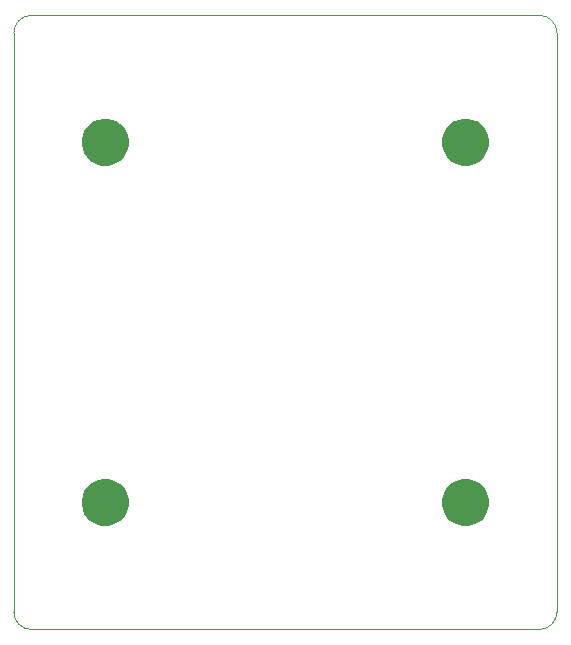
<source format=gbr>
%TF.GenerationSoftware,Altium Limited,Altium Designer,20.2.3 (150)*%
G04 Layer_Color=0*
%FSLAX26Y26*%
%MOIN*%
%TF.SameCoordinates,1E0D65CC-F0FE-4DFC-A0D5-6D9DD74121E6*%
%TF.FilePolarity,Positive*%
%TF.FileFunction,Profile,NP*%
%TF.Part,Single*%
G01*
G75*
%TA.AperFunction,Profile*%
%ADD93C,0.001000*%
G36*
X568598Y502339D02*
X560843D01*
X545631Y505364D01*
X531301Y511300D01*
X518404Y519917D01*
X507437Y530885D01*
X498820Y543781D01*
X492884Y558111D01*
X489858Y573323D01*
Y581079D01*
Y588834D01*
X492884Y604046D01*
X498820Y618376D01*
X507437Y631273D01*
X518404Y642240D01*
X531301Y650857D01*
X545631Y656793D01*
X560843Y659819D01*
X568598D01*
X576354D01*
X591566Y656793D01*
X605896Y650857D01*
X618792Y642240D01*
X629760Y631273D01*
X638377Y618376D01*
X644313Y604046D01*
X647339Y588834D01*
Y581079D01*
Y573323D01*
X644313Y558111D01*
X638377Y543781D01*
X629760Y530885D01*
X618792Y519917D01*
X605896Y511300D01*
X591566Y505364D01*
X576354Y502339D01*
X568598D01*
D01*
D02*
G37*
G36*
Y1703126D02*
X560843D01*
X545631Y1706152D01*
X531301Y1712087D01*
X518404Y1720705D01*
X507437Y1731672D01*
X498820Y1744569D01*
X492884Y1758898D01*
X489858Y1774111D01*
Y1781866D01*
Y1789621D01*
X492884Y1804834D01*
X498820Y1819164D01*
X507437Y1832060D01*
X518404Y1843028D01*
X531301Y1851645D01*
X545631Y1857580D01*
X560843Y1860606D01*
X568598D01*
X576354D01*
X591566Y1857580D01*
X605896Y1851645D01*
X618792Y1843028D01*
X629760Y1832060D01*
X638377Y1819164D01*
X644313Y1804834D01*
X647339Y1789621D01*
Y1781866D01*
Y1774111D01*
X644313Y1758898D01*
X638377Y1744569D01*
X629760Y1731672D01*
X618792Y1720705D01*
X605896Y1712087D01*
X591566Y1706152D01*
X576354Y1703126D01*
X568598D01*
D01*
D02*
G37*
G36*
X1690646Y581079D02*
Y573323D01*
X1693671Y558111D01*
X1699607Y543781D01*
X1708224Y530885D01*
X1719192Y519917D01*
X1732088Y511300D01*
X1746418Y505364D01*
X1761630Y502339D01*
X1769386D01*
X1777141D01*
X1792353Y505364D01*
X1806683Y511300D01*
X1819580Y519917D01*
X1830547Y530885D01*
X1839164Y543781D01*
X1845100Y558111D01*
X1848126Y573323D01*
Y581079D01*
Y588834D01*
X1845100Y604046D01*
X1839164Y618376D01*
X1830547Y631273D01*
X1819580Y642240D01*
X1806683Y650857D01*
X1792353Y656793D01*
X1777141Y659819D01*
X1769386D01*
X1761630D01*
X1746418Y656793D01*
X1732088Y650857D01*
X1719192Y642240D01*
X1708224Y631273D01*
X1699607Y618376D01*
X1693671Y604046D01*
X1690646Y588834D01*
Y581079D01*
D01*
D02*
G37*
G36*
X1769386Y1703126D02*
X1761630D01*
X1746418Y1706152D01*
X1732088Y1712087D01*
X1719192Y1720705D01*
X1708224Y1731672D01*
X1699607Y1744569D01*
X1693671Y1758898D01*
X1690646Y1774111D01*
Y1781866D01*
Y1789621D01*
X1693671Y1804834D01*
X1699607Y1819164D01*
X1708224Y1832060D01*
X1719192Y1843028D01*
X1732088Y1851645D01*
X1746418Y1857580D01*
X1761630Y1860606D01*
X1769386D01*
X1777141D01*
X1792353Y1857580D01*
X1806683Y1851645D01*
X1819580Y1843028D01*
X1830547Y1832060D01*
X1839164Y1819164D01*
X1845100Y1804834D01*
X1848126Y1789621D01*
Y1781866D01*
Y1774111D01*
X1845100Y1758898D01*
X1839164Y1744569D01*
X1830547Y1731672D01*
X1819580Y1720705D01*
X1806683Y1712087D01*
X1792353Y1706152D01*
X1777141Y1703126D01*
X1769386D01*
D01*
D02*
G37*
D93*
X263480Y216905D02*
G03*
X322535Y157850I59055J0D01*
G01*
X2015449D01*
D02*
G03*
X2074504Y216905I0J59055D01*
G01*
Y2146039D01*
D02*
G03*
X2015449Y2205095I-59055J0D01*
G01*
X322536D01*
D02*
G03*
X263480Y2146039I0J-59055D01*
G01*
X263480Y216905D01*
%TF.MD5,617dc137a29d3d389d20ddfd54c76b38*%
M02*

</source>
